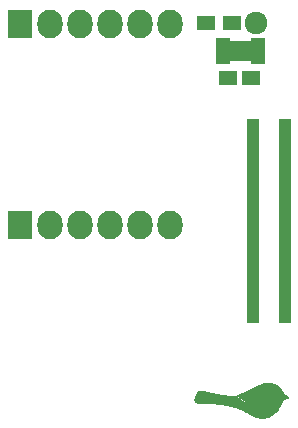
<source format=gbs>
G04 #@! TF.FileFunction,Soldermask,Bot*
%FSLAX46Y46*%
G04 Gerber Fmt 4.6, Leading zero omitted, Abs format (unit mm)*
G04 Created by KiCad (PCBNEW 4.0.1-stable) date Monday, January 11, 2016 'PMt' 05:07:45 PM*
%MOMM*%
G01*
G04 APERTURE LIST*
%ADD10C,0.100000*%
%ADD11C,0.010000*%
%ADD12R,1.060000X0.630000*%
%ADD13R,1.060000X0.750000*%
%ADD14R,1.600000X1.150000*%
%ADD15R,1.150000X0.700000*%
%ADD16R,1.275000X1.125000*%
%ADD17R,1.600000X1.300000*%
%ADD18C,1.924000*%
%ADD19R,2.127200X2.432000*%
%ADD20O,2.127200X2.432000*%
G04 APERTURE END LIST*
D10*
D11*
G36*
X159488969Y-121693103D02*
X159451134Y-121694878D01*
X159415237Y-121697950D01*
X159379588Y-121702451D01*
X159342501Y-121708512D01*
X159317463Y-121713226D01*
X159280495Y-121720873D01*
X159245230Y-121729056D01*
X159210622Y-121738108D01*
X159175624Y-121748364D01*
X159139191Y-121760156D01*
X159100278Y-121773818D01*
X159057839Y-121789684D01*
X159010827Y-121808088D01*
X158975263Y-121822406D01*
X158928042Y-121841805D01*
X158880102Y-121861943D01*
X158831041Y-121883011D01*
X158780453Y-121905199D01*
X158727934Y-121928695D01*
X158673079Y-121953689D01*
X158615486Y-121980372D01*
X158554749Y-122008932D01*
X158490464Y-122039559D01*
X158422227Y-122072442D01*
X158349635Y-122107772D01*
X158272281Y-122145737D01*
X158189764Y-122186528D01*
X158101677Y-122230333D01*
X158043915Y-122259177D01*
X157962201Y-122299964D01*
X157886268Y-122337698D01*
X157815642Y-122372596D01*
X157749851Y-122404875D01*
X157688423Y-122434752D01*
X157630885Y-122462444D01*
X157576765Y-122488167D01*
X157525591Y-122512138D01*
X157476889Y-122534575D01*
X157430189Y-122555695D01*
X157385018Y-122575714D01*
X157340903Y-122594848D01*
X157297371Y-122613316D01*
X157253951Y-122631334D01*
X157210171Y-122649119D01*
X157165557Y-122666888D01*
X157119637Y-122684857D01*
X157102458Y-122691509D01*
X157078476Y-122700793D01*
X157056212Y-122709455D01*
X157036652Y-122717109D01*
X157020781Y-122723366D01*
X157009586Y-122727840D01*
X157004216Y-122730070D01*
X156994168Y-122734573D01*
X157009302Y-122753849D01*
X157021111Y-122767902D01*
X157037080Y-122785482D01*
X157056079Y-122805449D01*
X157076977Y-122826663D01*
X157098643Y-122847986D01*
X157119945Y-122868277D01*
X157139754Y-122886397D01*
X157148319Y-122893920D01*
X157223898Y-122955039D01*
X157305648Y-123013238D01*
X157393253Y-123068375D01*
X157486399Y-123120306D01*
X157584769Y-123168886D01*
X157688048Y-123213973D01*
X157795921Y-123255422D01*
X157908072Y-123293091D01*
X158024186Y-123326835D01*
X158143946Y-123356510D01*
X158183722Y-123365281D01*
X158242747Y-123377567D01*
X158296586Y-123388013D01*
X158346795Y-123396877D01*
X158394926Y-123404413D01*
X158442531Y-123410877D01*
X158491165Y-123416526D01*
X158501222Y-123417588D01*
X158521268Y-123419185D01*
X158546488Y-123420438D01*
X158575561Y-123421348D01*
X158607167Y-123421913D01*
X158639986Y-123422134D01*
X158672697Y-123422011D01*
X158703980Y-123421543D01*
X158732515Y-123420730D01*
X158756981Y-123419572D01*
X158776059Y-123418069D01*
X158779917Y-123417629D01*
X158850413Y-123406359D01*
X158915332Y-123390777D01*
X158974686Y-123370875D01*
X159028489Y-123346642D01*
X159076754Y-123318071D01*
X159119494Y-123285152D01*
X159156725Y-123247875D01*
X159188458Y-123206233D01*
X159214708Y-123160216D01*
X159234186Y-123113556D01*
X159243436Y-123085336D01*
X159250050Y-123059790D01*
X159254389Y-123034670D01*
X159256811Y-123007726D01*
X159257677Y-122976710D01*
X159257689Y-122966690D01*
X159257494Y-122909783D01*
X159280459Y-122907430D01*
X159303423Y-122905078D01*
X159353181Y-122939010D01*
X159352739Y-122988359D01*
X159348754Y-123046590D01*
X159337973Y-123103341D01*
X159320573Y-123158195D01*
X159296733Y-123210732D01*
X159266631Y-123260536D01*
X159230446Y-123307188D01*
X159205226Y-123334155D01*
X159164590Y-123371000D01*
X159120860Y-123403371D01*
X159073528Y-123431491D01*
X159022089Y-123455584D01*
X158966034Y-123475873D01*
X158904857Y-123492584D01*
X158838052Y-123505938D01*
X158804611Y-123511113D01*
X158783545Y-123513389D01*
X158756697Y-123515185D01*
X158725325Y-123516500D01*
X158690685Y-123517334D01*
X158654034Y-123517688D01*
X158616631Y-123517562D01*
X158579731Y-123516956D01*
X158544593Y-123515870D01*
X158512474Y-123514303D01*
X158484630Y-123512257D01*
X158473000Y-123511088D01*
X158358753Y-123495915D01*
X158243621Y-123476055D01*
X158128476Y-123451770D01*
X158014191Y-123423321D01*
X157901641Y-123390969D01*
X157791697Y-123354975D01*
X157685234Y-123315600D01*
X157583124Y-123273106D01*
X157486240Y-123227754D01*
X157431392Y-123199498D01*
X157348282Y-123152751D01*
X157269342Y-123103631D01*
X157195019Y-123052487D01*
X157125759Y-122999668D01*
X157062007Y-122945522D01*
X157004209Y-122890397D01*
X156952812Y-122834643D01*
X156931120Y-122808480D01*
X156916411Y-122790572D01*
X156905353Y-122778259D01*
X156897679Y-122771267D01*
X156893122Y-122769322D01*
X156892894Y-122769373D01*
X156878318Y-122773012D01*
X156857871Y-122777139D01*
X156832704Y-122781588D01*
X156803971Y-122786193D01*
X156772826Y-122790787D01*
X156740421Y-122795204D01*
X156707909Y-122799276D01*
X156676444Y-122802837D01*
X156647179Y-122805720D01*
X156633264Y-122806893D01*
X156603004Y-122808630D01*
X156569491Y-122809311D01*
X156532279Y-122808909D01*
X156490925Y-122807398D01*
X156444983Y-122804750D01*
X156394009Y-122800938D01*
X156337559Y-122795937D01*
X156275188Y-122789719D01*
X156206452Y-122782256D01*
X156185236Y-122779853D01*
X156087304Y-122768039D01*
X155982890Y-122754253D01*
X155872274Y-122738544D01*
X155755733Y-122720962D01*
X155633546Y-122701559D01*
X155505989Y-122680386D01*
X155373343Y-122657492D01*
X155235883Y-122632928D01*
X155093890Y-122606746D01*
X154947640Y-122578995D01*
X154797412Y-122549727D01*
X154643483Y-122518991D01*
X154486133Y-122486840D01*
X154325639Y-122453322D01*
X154162279Y-122418489D01*
X153996331Y-122382392D01*
X153968028Y-122376166D01*
X153936495Y-122369268D01*
X153906427Y-122362787D01*
X153878674Y-122356899D01*
X153854087Y-122351780D01*
X153833516Y-122347607D01*
X153817814Y-122344556D01*
X153807830Y-122342804D01*
X153805750Y-122342520D01*
X153778371Y-122342603D01*
X153749403Y-122348198D01*
X153720663Y-122358640D01*
X153693968Y-122373263D01*
X153671137Y-122391400D01*
X153670423Y-122392097D01*
X153659666Y-122404458D01*
X153646441Y-122422584D01*
X153631127Y-122445782D01*
X153614102Y-122473362D01*
X153595747Y-122504633D01*
X153576438Y-122538902D01*
X153556556Y-122575479D01*
X153536479Y-122613671D01*
X153516585Y-122652789D01*
X153497253Y-122692139D01*
X153478863Y-122731031D01*
X153461792Y-122768774D01*
X153453062Y-122788888D01*
X153425582Y-122857828D01*
X153403705Y-122922753D01*
X153387436Y-122983631D01*
X153376780Y-123040428D01*
X153371742Y-123093112D01*
X153372326Y-123141650D01*
X153378538Y-123186008D01*
X153389697Y-123224355D01*
X153399279Y-123244617D01*
X153412842Y-123266530D01*
X153428641Y-123287628D01*
X153444928Y-123305441D01*
X153450911Y-123310860D01*
X153466300Y-123322771D01*
X153482919Y-123333287D01*
X153501311Y-123342518D01*
X153522022Y-123350574D01*
X153545594Y-123357565D01*
X153572573Y-123363602D01*
X153603502Y-123368794D01*
X153638926Y-123373252D01*
X153679388Y-123377086D01*
X153725433Y-123380405D01*
X153777604Y-123383321D01*
X153818097Y-123385182D01*
X153837868Y-123385961D01*
X153863696Y-123386876D01*
X153894584Y-123387897D01*
X153929536Y-123388994D01*
X153967554Y-123390137D01*
X154007643Y-123391294D01*
X154048805Y-123392437D01*
X154090044Y-123393534D01*
X154110903Y-123394070D01*
X154216868Y-123396865D01*
X154316377Y-123399728D01*
X154410029Y-123402688D01*
X154498424Y-123405774D01*
X154582160Y-123409016D01*
X154661838Y-123412444D01*
X154738056Y-123416086D01*
X154811413Y-123419972D01*
X154882509Y-123424132D01*
X154951944Y-123428595D01*
X155020317Y-123433390D01*
X155088226Y-123438548D01*
X155156271Y-123444096D01*
X155192167Y-123447168D01*
X155344575Y-123461484D01*
X155491084Y-123477501D01*
X155632686Y-123495426D01*
X155770371Y-123515462D01*
X155905131Y-123537813D01*
X156037958Y-123562686D01*
X156169844Y-123590283D01*
X156301779Y-123620811D01*
X156434756Y-123654473D01*
X156569766Y-123691474D01*
X156707801Y-123732018D01*
X156849851Y-123776311D01*
X156957819Y-123811516D01*
X157014471Y-123830415D01*
X157066899Y-123848181D01*
X157115676Y-123865079D01*
X157161373Y-123881377D01*
X157204563Y-123897340D01*
X157245816Y-123913235D01*
X157285705Y-123929327D01*
X157324801Y-123945884D01*
X157363675Y-123963170D01*
X157402901Y-123981452D01*
X157443048Y-124000997D01*
X157484690Y-124022071D01*
X157528398Y-124044939D01*
X157574743Y-124069869D01*
X157624297Y-124097125D01*
X157677632Y-124126975D01*
X157735320Y-124159684D01*
X157797932Y-124195519D01*
X157862694Y-124232815D01*
X157912887Y-124261743D01*
X157957657Y-124287450D01*
X157997661Y-124310298D01*
X158033555Y-124330648D01*
X158065994Y-124348863D01*
X158095635Y-124365303D01*
X158123134Y-124380330D01*
X158149147Y-124394307D01*
X158174330Y-124407594D01*
X158199338Y-124420554D01*
X158224828Y-124433549D01*
X158247222Y-124444820D01*
X158312539Y-124476741D01*
X158373326Y-124504702D01*
X158430631Y-124529064D01*
X158485499Y-124550188D01*
X158538978Y-124568436D01*
X158592115Y-124584169D01*
X158645957Y-124597748D01*
X158701551Y-124609537D01*
X158749025Y-124618094D01*
X158808301Y-124627475D01*
X158862886Y-124634849D01*
X158914804Y-124640377D01*
X158966074Y-124644223D01*
X159018721Y-124646550D01*
X159074766Y-124647522D01*
X159113292Y-124647509D01*
X159139880Y-124647309D01*
X159164924Y-124647051D01*
X159187330Y-124646751D01*
X159206003Y-124646426D01*
X159219851Y-124646092D01*
X159227777Y-124645767D01*
X159227944Y-124645755D01*
X159318991Y-124636740D01*
X159408800Y-124623096D01*
X159496515Y-124605042D01*
X159581282Y-124582798D01*
X159662244Y-124556583D01*
X159738545Y-124526619D01*
X159796209Y-124499817D01*
X159882043Y-124452919D01*
X159965670Y-124399377D01*
X160047012Y-124339273D01*
X160125994Y-124272690D01*
X160202539Y-124199708D01*
X160276571Y-124120411D01*
X160348015Y-124034879D01*
X160416793Y-123943196D01*
X160482829Y-123845442D01*
X160546048Y-123741701D01*
X160606373Y-123632053D01*
X160610700Y-123623746D01*
X160647707Y-123548734D01*
X160682221Y-123470989D01*
X160714600Y-123389580D01*
X160745202Y-123303574D01*
X160774388Y-123212039D01*
X160790890Y-123155758D01*
X160798457Y-123129169D01*
X161044194Y-123030044D01*
X161083671Y-123014069D01*
X161121187Y-122998791D01*
X161156234Y-122984422D01*
X161188306Y-122971173D01*
X161216898Y-122959257D01*
X161241502Y-122948887D01*
X161261612Y-122940274D01*
X161276722Y-122933630D01*
X161286326Y-122929168D01*
X161289917Y-122927101D01*
X161289931Y-122927055D01*
X161287356Y-122924178D01*
X161279885Y-122916965D01*
X161267902Y-122905762D01*
X161251787Y-122890917D01*
X161231922Y-122872776D01*
X161208690Y-122851686D01*
X161182471Y-122827994D01*
X161153649Y-122802048D01*
X161122605Y-122774193D01*
X161089720Y-122744778D01*
X161064153Y-122721966D01*
X160838375Y-122520741D01*
X160823997Y-122481022D01*
X160795662Y-122410948D01*
X160762414Y-122344045D01*
X160723848Y-122279707D01*
X160679555Y-122217324D01*
X160629130Y-122156287D01*
X160572165Y-122095990D01*
X160555776Y-122079917D01*
X160488462Y-122019739D01*
X160415870Y-121964059D01*
X160338266Y-121913010D01*
X160255914Y-121866722D01*
X160169079Y-121825330D01*
X160078026Y-121788964D01*
X159983021Y-121757758D01*
X159884329Y-121731842D01*
X159838250Y-121721834D01*
X159793853Y-121713197D01*
X159754131Y-121706427D01*
X159717021Y-121701295D01*
X159680460Y-121697572D01*
X159642386Y-121695029D01*
X159600735Y-121693439D01*
X159577194Y-121692916D01*
X159530426Y-121692493D01*
X159488969Y-121693103D01*
X159488969Y-121693103D01*
G37*
X159488969Y-121693103D02*
X159451134Y-121694878D01*
X159415237Y-121697950D01*
X159379588Y-121702451D01*
X159342501Y-121708512D01*
X159317463Y-121713226D01*
X159280495Y-121720873D01*
X159245230Y-121729056D01*
X159210622Y-121738108D01*
X159175624Y-121748364D01*
X159139191Y-121760156D01*
X159100278Y-121773818D01*
X159057839Y-121789684D01*
X159010827Y-121808088D01*
X158975263Y-121822406D01*
X158928042Y-121841805D01*
X158880102Y-121861943D01*
X158831041Y-121883011D01*
X158780453Y-121905199D01*
X158727934Y-121928695D01*
X158673079Y-121953689D01*
X158615486Y-121980372D01*
X158554749Y-122008932D01*
X158490464Y-122039559D01*
X158422227Y-122072442D01*
X158349635Y-122107772D01*
X158272281Y-122145737D01*
X158189764Y-122186528D01*
X158101677Y-122230333D01*
X158043915Y-122259177D01*
X157962201Y-122299964D01*
X157886268Y-122337698D01*
X157815642Y-122372596D01*
X157749851Y-122404875D01*
X157688423Y-122434752D01*
X157630885Y-122462444D01*
X157576765Y-122488167D01*
X157525591Y-122512138D01*
X157476889Y-122534575D01*
X157430189Y-122555695D01*
X157385018Y-122575714D01*
X157340903Y-122594848D01*
X157297371Y-122613316D01*
X157253951Y-122631334D01*
X157210171Y-122649119D01*
X157165557Y-122666888D01*
X157119637Y-122684857D01*
X157102458Y-122691509D01*
X157078476Y-122700793D01*
X157056212Y-122709455D01*
X157036652Y-122717109D01*
X157020781Y-122723366D01*
X157009586Y-122727840D01*
X157004216Y-122730070D01*
X156994168Y-122734573D01*
X157009302Y-122753849D01*
X157021111Y-122767902D01*
X157037080Y-122785482D01*
X157056079Y-122805449D01*
X157076977Y-122826663D01*
X157098643Y-122847986D01*
X157119945Y-122868277D01*
X157139754Y-122886397D01*
X157148319Y-122893920D01*
X157223898Y-122955039D01*
X157305648Y-123013238D01*
X157393253Y-123068375D01*
X157486399Y-123120306D01*
X157584769Y-123168886D01*
X157688048Y-123213973D01*
X157795921Y-123255422D01*
X157908072Y-123293091D01*
X158024186Y-123326835D01*
X158143946Y-123356510D01*
X158183722Y-123365281D01*
X158242747Y-123377567D01*
X158296586Y-123388013D01*
X158346795Y-123396877D01*
X158394926Y-123404413D01*
X158442531Y-123410877D01*
X158491165Y-123416526D01*
X158501222Y-123417588D01*
X158521268Y-123419185D01*
X158546488Y-123420438D01*
X158575561Y-123421348D01*
X158607167Y-123421913D01*
X158639986Y-123422134D01*
X158672697Y-123422011D01*
X158703980Y-123421543D01*
X158732515Y-123420730D01*
X158756981Y-123419572D01*
X158776059Y-123418069D01*
X158779917Y-123417629D01*
X158850413Y-123406359D01*
X158915332Y-123390777D01*
X158974686Y-123370875D01*
X159028489Y-123346642D01*
X159076754Y-123318071D01*
X159119494Y-123285152D01*
X159156725Y-123247875D01*
X159188458Y-123206233D01*
X159214708Y-123160216D01*
X159234186Y-123113556D01*
X159243436Y-123085336D01*
X159250050Y-123059790D01*
X159254389Y-123034670D01*
X159256811Y-123007726D01*
X159257677Y-122976710D01*
X159257689Y-122966690D01*
X159257494Y-122909783D01*
X159280459Y-122907430D01*
X159303423Y-122905078D01*
X159353181Y-122939010D01*
X159352739Y-122988359D01*
X159348754Y-123046590D01*
X159337973Y-123103341D01*
X159320573Y-123158195D01*
X159296733Y-123210732D01*
X159266631Y-123260536D01*
X159230446Y-123307188D01*
X159205226Y-123334155D01*
X159164590Y-123371000D01*
X159120860Y-123403371D01*
X159073528Y-123431491D01*
X159022089Y-123455584D01*
X158966034Y-123475873D01*
X158904857Y-123492584D01*
X158838052Y-123505938D01*
X158804611Y-123511113D01*
X158783545Y-123513389D01*
X158756697Y-123515185D01*
X158725325Y-123516500D01*
X158690685Y-123517334D01*
X158654034Y-123517688D01*
X158616631Y-123517562D01*
X158579731Y-123516956D01*
X158544593Y-123515870D01*
X158512474Y-123514303D01*
X158484630Y-123512257D01*
X158473000Y-123511088D01*
X158358753Y-123495915D01*
X158243621Y-123476055D01*
X158128476Y-123451770D01*
X158014191Y-123423321D01*
X157901641Y-123390969D01*
X157791697Y-123354975D01*
X157685234Y-123315600D01*
X157583124Y-123273106D01*
X157486240Y-123227754D01*
X157431392Y-123199498D01*
X157348282Y-123152751D01*
X157269342Y-123103631D01*
X157195019Y-123052487D01*
X157125759Y-122999668D01*
X157062007Y-122945522D01*
X157004209Y-122890397D01*
X156952812Y-122834643D01*
X156931120Y-122808480D01*
X156916411Y-122790572D01*
X156905353Y-122778259D01*
X156897679Y-122771267D01*
X156893122Y-122769322D01*
X156892894Y-122769373D01*
X156878318Y-122773012D01*
X156857871Y-122777139D01*
X156832704Y-122781588D01*
X156803971Y-122786193D01*
X156772826Y-122790787D01*
X156740421Y-122795204D01*
X156707909Y-122799276D01*
X156676444Y-122802837D01*
X156647179Y-122805720D01*
X156633264Y-122806893D01*
X156603004Y-122808630D01*
X156569491Y-122809311D01*
X156532279Y-122808909D01*
X156490925Y-122807398D01*
X156444983Y-122804750D01*
X156394009Y-122800938D01*
X156337559Y-122795937D01*
X156275188Y-122789719D01*
X156206452Y-122782256D01*
X156185236Y-122779853D01*
X156087304Y-122768039D01*
X155982890Y-122754253D01*
X155872274Y-122738544D01*
X155755733Y-122720962D01*
X155633546Y-122701559D01*
X155505989Y-122680386D01*
X155373343Y-122657492D01*
X155235883Y-122632928D01*
X155093890Y-122606746D01*
X154947640Y-122578995D01*
X154797412Y-122549727D01*
X154643483Y-122518991D01*
X154486133Y-122486840D01*
X154325639Y-122453322D01*
X154162279Y-122418489D01*
X153996331Y-122382392D01*
X153968028Y-122376166D01*
X153936495Y-122369268D01*
X153906427Y-122362787D01*
X153878674Y-122356899D01*
X153854087Y-122351780D01*
X153833516Y-122347607D01*
X153817814Y-122344556D01*
X153807830Y-122342804D01*
X153805750Y-122342520D01*
X153778371Y-122342603D01*
X153749403Y-122348198D01*
X153720663Y-122358640D01*
X153693968Y-122373263D01*
X153671137Y-122391400D01*
X153670423Y-122392097D01*
X153659666Y-122404458D01*
X153646441Y-122422584D01*
X153631127Y-122445782D01*
X153614102Y-122473362D01*
X153595747Y-122504633D01*
X153576438Y-122538902D01*
X153556556Y-122575479D01*
X153536479Y-122613671D01*
X153516585Y-122652789D01*
X153497253Y-122692139D01*
X153478863Y-122731031D01*
X153461792Y-122768774D01*
X153453062Y-122788888D01*
X153425582Y-122857828D01*
X153403705Y-122922753D01*
X153387436Y-122983631D01*
X153376780Y-123040428D01*
X153371742Y-123093112D01*
X153372326Y-123141650D01*
X153378538Y-123186008D01*
X153389697Y-123224355D01*
X153399279Y-123244617D01*
X153412842Y-123266530D01*
X153428641Y-123287628D01*
X153444928Y-123305441D01*
X153450911Y-123310860D01*
X153466300Y-123322771D01*
X153482919Y-123333287D01*
X153501311Y-123342518D01*
X153522022Y-123350574D01*
X153545594Y-123357565D01*
X153572573Y-123363602D01*
X153603502Y-123368794D01*
X153638926Y-123373252D01*
X153679388Y-123377086D01*
X153725433Y-123380405D01*
X153777604Y-123383321D01*
X153818097Y-123385182D01*
X153837868Y-123385961D01*
X153863696Y-123386876D01*
X153894584Y-123387897D01*
X153929536Y-123388994D01*
X153967554Y-123390137D01*
X154007643Y-123391294D01*
X154048805Y-123392437D01*
X154090044Y-123393534D01*
X154110903Y-123394070D01*
X154216868Y-123396865D01*
X154316377Y-123399728D01*
X154410029Y-123402688D01*
X154498424Y-123405774D01*
X154582160Y-123409016D01*
X154661838Y-123412444D01*
X154738056Y-123416086D01*
X154811413Y-123419972D01*
X154882509Y-123424132D01*
X154951944Y-123428595D01*
X155020317Y-123433390D01*
X155088226Y-123438548D01*
X155156271Y-123444096D01*
X155192167Y-123447168D01*
X155344575Y-123461484D01*
X155491084Y-123477501D01*
X155632686Y-123495426D01*
X155770371Y-123515462D01*
X155905131Y-123537813D01*
X156037958Y-123562686D01*
X156169844Y-123590283D01*
X156301779Y-123620811D01*
X156434756Y-123654473D01*
X156569766Y-123691474D01*
X156707801Y-123732018D01*
X156849851Y-123776311D01*
X156957819Y-123811516D01*
X157014471Y-123830415D01*
X157066899Y-123848181D01*
X157115676Y-123865079D01*
X157161373Y-123881377D01*
X157204563Y-123897340D01*
X157245816Y-123913235D01*
X157285705Y-123929327D01*
X157324801Y-123945884D01*
X157363675Y-123963170D01*
X157402901Y-123981452D01*
X157443048Y-124000997D01*
X157484690Y-124022071D01*
X157528398Y-124044939D01*
X157574743Y-124069869D01*
X157624297Y-124097125D01*
X157677632Y-124126975D01*
X157735320Y-124159684D01*
X157797932Y-124195519D01*
X157862694Y-124232815D01*
X157912887Y-124261743D01*
X157957657Y-124287450D01*
X157997661Y-124310298D01*
X158033555Y-124330648D01*
X158065994Y-124348863D01*
X158095635Y-124365303D01*
X158123134Y-124380330D01*
X158149147Y-124394307D01*
X158174330Y-124407594D01*
X158199338Y-124420554D01*
X158224828Y-124433549D01*
X158247222Y-124444820D01*
X158312539Y-124476741D01*
X158373326Y-124504702D01*
X158430631Y-124529064D01*
X158485499Y-124550188D01*
X158538978Y-124568436D01*
X158592115Y-124584169D01*
X158645957Y-124597748D01*
X158701551Y-124609537D01*
X158749025Y-124618094D01*
X158808301Y-124627475D01*
X158862886Y-124634849D01*
X158914804Y-124640377D01*
X158966074Y-124644223D01*
X159018721Y-124646550D01*
X159074766Y-124647522D01*
X159113292Y-124647509D01*
X159139880Y-124647309D01*
X159164924Y-124647051D01*
X159187330Y-124646751D01*
X159206003Y-124646426D01*
X159219851Y-124646092D01*
X159227777Y-124645767D01*
X159227944Y-124645755D01*
X159318991Y-124636740D01*
X159408800Y-124623096D01*
X159496515Y-124605042D01*
X159581282Y-124582798D01*
X159662244Y-124556583D01*
X159738545Y-124526619D01*
X159796209Y-124499817D01*
X159882043Y-124452919D01*
X159965670Y-124399377D01*
X160047012Y-124339273D01*
X160125994Y-124272690D01*
X160202539Y-124199708D01*
X160276571Y-124120411D01*
X160348015Y-124034879D01*
X160416793Y-123943196D01*
X160482829Y-123845442D01*
X160546048Y-123741701D01*
X160606373Y-123632053D01*
X160610700Y-123623746D01*
X160647707Y-123548734D01*
X160682221Y-123470989D01*
X160714600Y-123389580D01*
X160745202Y-123303574D01*
X160774388Y-123212039D01*
X160790890Y-123155758D01*
X160798457Y-123129169D01*
X161044194Y-123030044D01*
X161083671Y-123014069D01*
X161121187Y-122998791D01*
X161156234Y-122984422D01*
X161188306Y-122971173D01*
X161216898Y-122959257D01*
X161241502Y-122948887D01*
X161261612Y-122940274D01*
X161276722Y-122933630D01*
X161286326Y-122929168D01*
X161289917Y-122927101D01*
X161289931Y-122927055D01*
X161287356Y-122924178D01*
X161279885Y-122916965D01*
X161267902Y-122905762D01*
X161251787Y-122890917D01*
X161231922Y-122872776D01*
X161208690Y-122851686D01*
X161182471Y-122827994D01*
X161153649Y-122802048D01*
X161122605Y-122774193D01*
X161089720Y-122744778D01*
X161064153Y-122721966D01*
X160838375Y-122520741D01*
X160823997Y-122481022D01*
X160795662Y-122410948D01*
X160762414Y-122344045D01*
X160723848Y-122279707D01*
X160679555Y-122217324D01*
X160629130Y-122156287D01*
X160572165Y-122095990D01*
X160555776Y-122079917D01*
X160488462Y-122019739D01*
X160415870Y-121964059D01*
X160338266Y-121913010D01*
X160255914Y-121866722D01*
X160169079Y-121825330D01*
X160078026Y-121788964D01*
X159983021Y-121757758D01*
X159884329Y-121731842D01*
X159838250Y-121721834D01*
X159793853Y-121713197D01*
X159754131Y-121706427D01*
X159717021Y-121701295D01*
X159680460Y-121697572D01*
X159642386Y-121695029D01*
X159600735Y-121693439D01*
X159577194Y-121692916D01*
X159530426Y-121692493D01*
X159488969Y-121693103D01*
D12*
X161005000Y-115800000D03*
X158295000Y-115800000D03*
X161005000Y-100200000D03*
X158295000Y-100200000D03*
X161005000Y-115400000D03*
X161005000Y-115000000D03*
X161005000Y-114600000D03*
X161005000Y-114200000D03*
X161005000Y-113800000D03*
X161005000Y-113400000D03*
X161005000Y-113000000D03*
X161005000Y-112600000D03*
X161005000Y-112200000D03*
X161005000Y-111800000D03*
X161005000Y-111400000D03*
X161005000Y-111000000D03*
X161005000Y-110600000D03*
X161005000Y-110200000D03*
X161005000Y-109800000D03*
X161005000Y-109400000D03*
X161005000Y-109000000D03*
X161005000Y-108600000D03*
X161005000Y-108200000D03*
X161005000Y-107800000D03*
X161005000Y-107400000D03*
X161005000Y-107000000D03*
X161005000Y-106600000D03*
X161005000Y-106200000D03*
X161005000Y-105800000D03*
X161005000Y-105400000D03*
X161005000Y-105000000D03*
X161005000Y-104600000D03*
X161005000Y-104200000D03*
X161005000Y-103800000D03*
X161005000Y-103400000D03*
X161005000Y-103000000D03*
X161005000Y-102600000D03*
X161005000Y-102200000D03*
X161005000Y-101800000D03*
X161005000Y-101400000D03*
X161005000Y-101000000D03*
X161005000Y-100600000D03*
D13*
X161005000Y-99725000D03*
X158295000Y-99725000D03*
X161005000Y-116275000D03*
X158295000Y-116275000D03*
D12*
X158295000Y-100600000D03*
X158295000Y-101000000D03*
X158295000Y-101400000D03*
X158295000Y-101800000D03*
X158295000Y-102200000D03*
X158295000Y-102600000D03*
X158295000Y-103000000D03*
X158295000Y-103400000D03*
X158295000Y-103800000D03*
X158295000Y-104200000D03*
X158295000Y-104600000D03*
X158295000Y-105000000D03*
X158295000Y-105400000D03*
X158295000Y-105800000D03*
X158295000Y-106200000D03*
X158295000Y-106600000D03*
X158295000Y-107000000D03*
X158295000Y-107400000D03*
X158295000Y-107800000D03*
X158295000Y-108200000D03*
X158295000Y-108600000D03*
X158295000Y-109000000D03*
X158295000Y-109400000D03*
X158295000Y-109800000D03*
X158295000Y-110200000D03*
X158295000Y-110600000D03*
X158295000Y-111000000D03*
X158295000Y-111400000D03*
X158295000Y-111800000D03*
X158295000Y-112200000D03*
X158295000Y-112600000D03*
X158295000Y-113000000D03*
X158295000Y-113400000D03*
X158295000Y-113800000D03*
X158295000Y-114200000D03*
X158295000Y-114600000D03*
X158295000Y-115000000D03*
X158295000Y-115400000D03*
D14*
X156250000Y-95900000D03*
X158150000Y-95900000D03*
D15*
X158712500Y-92862500D03*
X158712500Y-93362500D03*
X158712500Y-93862500D03*
X158712500Y-94362500D03*
X155812500Y-94362500D03*
X155812500Y-93862500D03*
X155812500Y-93362500D03*
X155812500Y-92862500D03*
D16*
X156825000Y-93975000D03*
X156825000Y-93250000D03*
X157700000Y-93975000D03*
X157700000Y-93250000D03*
D17*
X156550000Y-91200000D03*
X154350000Y-91200000D03*
D18*
X158550000Y-91250000D03*
D19*
X138570000Y-108310000D03*
D20*
X141110000Y-108310000D03*
X143650000Y-108310000D03*
X146190000Y-108310000D03*
X148730000Y-108310000D03*
X151270000Y-108310000D03*
D19*
X138570000Y-91350000D03*
D20*
X141110000Y-91350000D03*
X143650000Y-91350000D03*
X146190000Y-91350000D03*
X148730000Y-91350000D03*
X151270000Y-91350000D03*
M02*

</source>
